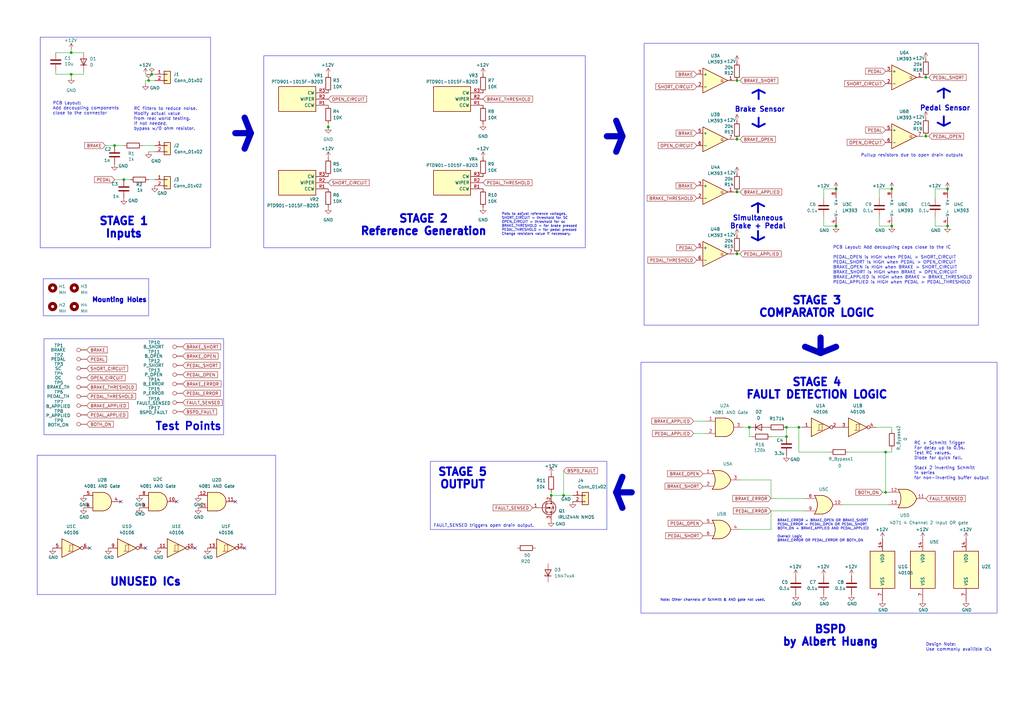
<source format=kicad_sch>
(kicad_sch (version 20250114) (generator "eeschema") (generator_version "9.0")
  (paper "A3")
  (rectangle (start 17.78 114.3) (end 60.96 129.54))
  (rectangle (start 176.53 189.23) (end 248.92 217.17))
  (rectangle (start 16.51 15.24) (end 86.36 101.6))
  (rectangle (start 264.16 17.78) (end 401.32 133.35))
  (rectangle (start 108.204 22.86) (end 240.03 101.6))
  (rectangle (start 262.89 148.59) (end 408.94 251.46))
  (rectangle (start 15.24 186.69) (end 113.03 243.84))
  (rectangle (start 18.034 138.938) (end 91.694 178.308))
  (text "STAGE 2\nReference Generation" (at 173.736 96.774 0) (effects (font (size 3.175 3.175) (thickness 0.762) (bold yes)) (justify bottom)))
  (text "STAGE 3\nCOMPARATOR LOGIC" (at 335.026 130.302 0) (effects (font (size 3.175 3.175) (thickness 0.762) (bold yes)) (justify bottom)))
  (text "Mounting Holes" (at 37.592 124.206 0) (effects (font (size 1.905 1.905) (thickness 0.635) (bold yes)) (justify left bottom)))
  (text "RC filters to reduce noise.\nModify actual value \nfrom real world testing.\nIf not needed, \nbypass w/0 ohm resistor." (at 54.864 48.768 0) (effects (font (size 1.27 1.27)) (justify left)))
  (text "PCB Layout: \nAdd decoupling components\nclose to the connector" (at 21.59 44.45 0) (effects (font (size 1.27 1.27)) (justify left)))
  (text "Note: Other channels of Schmitt & AND gate not used." (at 270.764 246.126 0) (effects (font (size 1.016 1.016)) (justify left)))
  (text "Pedal Sensor" (at 377.19 44.45 0) (effects (font (size 2.032 2.032) (thickness 0.4064) (bold yes)) (justify left)))
  (text "STAGE 1\nInputs" (at 50.8 97.79 0) (effects (font (size 3.175 3.175) (thickness 0.762) (bold yes)) (justify bottom)))
  (text "UNUSED ICs" (at 59.69 240.538 0) (effects (font (size 3.175 3.175) (thickness 0.762) (bold yes)) (justify bottom)))
  (text "BRAKE_ERROR = BRAKE_OPEN OR BRAKE_SHORT\nPEDAL_ERROR = PEDAL_OPEN OR PEDAL_SHORT\nBOTH_ON = BRAKE_APPLIED AND PEDAL_APPLIED\n\nOverall Logic\nBRAKE_ERROR OR PEDAL_ERROR OR BOTH_ON" (at 318.77 217.678 0) (effects (font (size 1.016 1.016)) (justify left)))
  (text "Pots to adjust reference voltages.\nSHORT_CIRCUIT = threshold for SC\nOPEN_CIRCUIT = threshold for oc\nBRAKE_THRESHOLD = for brake pressed\nPEDAL_THRESHOLD = for pedal pressed\nChange resistors value if necessary." (at 205.74 91.948 0) (effects (font (size 1.016 1.016)) (justify left)))
  (text "RC + Schmitt Trigger\nFor delay up to 0.5s.\nTest RC values.\nDiode for quick fall.\n\nStack 2 inverting Schmitt \nin series \nfor non-inverting buffer output" (at 374.904 188.976 0) (effects (font (size 1.27 1.27)) (justify left)))
  (text "Test Points" (at 63.5 176.784 0) (effects (font (size 3.175 3.175) (thickness 0.635) (bold yes)) (justify left bottom)))
  (text "STAGE 4\nFAULT DETECTION LOGIC" (at 335.026 163.83 0) (effects (font (size 3.175 3.175) (thickness 0.762) (bold yes)) (justify bottom)))
  (text "STAGE 5\nOUTPUT" (at 189.738 200.66 0) (effects (font (size 3.175 3.175) (thickness 0.762) (bold yes)) (justify bottom)))
  (text "PCB Layout: Add decoupling caps close to the IC\n\nPEDAL_OPEN is HIGH when PEDAL > SHORT_CIRCUIT\nPEDAL_SHORT is HIGH when PEDAL > OPEN_CIRCUIT\nBRAKE_OPEN is HIGH when BRAKE > SHORT_CIRCUIT\nBRAKE_SHORT is HIGH when BRAKE > OPEN_CIRCUIT\nBRAKE_APPLIED is HIGH when BRAKE > BRAKE_THRESHOLD\nPEDAL_APPLIED is HIGH when PEDAL > PEDAL_THRESHOLD" (at 341.63 108.712 0) (effects (font (size 1.27 1.27)) (justify left)))
  (text "Pullup resistors due to open drain outputs" (at 353.06 63.754 0) (effects (font (size 1.27 1.27)) (justify left)))
  (text "Design Note:\nUse commonly availible ICs" (at 379.73 265.43 0) (effects (font (size 1.27 1.27)) (justify left)))
  (text "FAULT_SENSED triggers open drain output." (at 177.8 215.646 0) (effects (font (size 1.27 1.27)) (justify left)))
  (text "Brake Sensor" (at 301.244 44.958 0) (effects (font (size 2.032 2.032) (thickness 0.4064) (bold yes)) (justify left)))
  (text "BSPD\nby Albert Huang" (at 340.614 265.176 0) (effects (font (size 3.175 3.175) (thickness 0.762) (bold yes)) (justify bottom)))
  (text "Simultaneous\nBrake + Pedal" (at 310.896 91.186 0) (effects (font (size 2.032 2.032) (thickness 0.4064) (bold yes))))
  (junction (at 307.34 175.26))
  (junction (at 302.26 57.15))
  (junction (at 363.22 185.42))
  (junction (at 302.26 78.74))
  (junction (at 50.8 73.66))
  (junction (at 302.26 33.02))
  (junction (at 363.22 201.93))
  (junction (at 134.62 52.07))
  (junction (at 365.76 92.71))
  (junction (at 342.9 77.47))
  (junction (at 29.21 21.59))
  (junction (at 342.9 92.71))
  (junction (at 322.58 175.26))
  (junction (at 226.06 203.2))
  (junction (at 302.26 104.14))
  (junction (at 322.58 179.07))
  (junction (at 379.73 55.88))
  (junction (at 60.96 33.02))
  (junction (at 388.62 92.71))
  (junction (at 365.76 77.47))
  (junction (at 29.21 30.48))
  (junction (at 379.73 31.75))
  (junction (at 231.14 203.2))
  (junction (at 327.66 175.26))
  (junction (at 62.23 30.48))
  (junction (at 46.99 59.69))
  (junction (at 388.62 77.47))
  (no_connect (at 100.33 224.79))
  (no_connect (at 59.69 224.79))
  (no_connect (at 72.39 205.74))
  (no_connect (at 80.01 224.79))
  (no_connect (at 96.52 205.74))
  (no_connect (at 49.53 205.74))
  (no_connect (at 36.83 224.79))
  (wire (pts (xy 34.29 29.21) (xy 34.29 30.48)))
  (wire (pts (xy 59.69 34.29) (xy 59.69 33.02)))
  (wire (pts (xy 322.58 179.07) (xy 316.23 179.07)))
  (polyline (pts (xy 311.15 36.83) (xy 308.61 38.1)) (stroke (width 0.762)))
  (wire (pts (xy 337.82 81.28) (xy 337.82 77.47)))
  (wire (pts (xy 303.53 33.02) (xy 302.26 33.02)))
  (polyline (pts (xy 311.15 48.26) (xy 311.15 52.07)) (stroke (width 0.762)))
  (wire (pts (xy 60.96 73.66) (xy 63.5 73.66)))
  (wire (pts (xy 284.48 172.72) (xy 289.56 172.72)))
  (wire (pts (xy 59.69 33.02) (xy 60.96 33.02)))
  (polyline (pts (xy 310.896 83.312) (xy 308.356 84.582)) (stroke (width 0.762)))
  (wire (pts (xy 46.99 73.66) (xy 50.8 73.66)))
  (wire (pts (xy 29.21 30.48) (xy 22.86 30.48)))
  (wire (pts (xy 322.58 175.26) (xy 322.58 179.07)))
  (wire (pts (xy 327.66 185.42) (xy 327.66 175.26)))
  (polyline (pts (xy 310.896 98.552) (xy 313.436 97.282)) (stroke (width 0.762)))
  (wire (pts (xy 365.76 184.15) (xy 365.76 185.42)))
  (wire (pts (xy 231.14 203.2) (xy 234.95 203.2)))
  (polyline (pts (xy 387.096 36.322) (xy 384.556 37.592)) (stroke (width 0.762)))
  (wire (pts (xy 361.95 201.93) (xy 363.22 201.93)))
  (wire (pts (xy 302.26 78.74) (xy 300.99 78.74)))
  (polyline (pts (xy 100.33 60.96) (xy 102.87 54.61)) (stroke (width 2.54)))
  (polyline (pts (xy 308.61 50.8) (xy 311.15 52.07)) (stroke (width 0.762)))
  (polyline (pts (xy 255.27 55.88) (xy 252.73 49.53)) (stroke (width 2.54)))
  (wire (pts (xy 383.54 77.47) (xy 388.62 77.47)))
  (wire (pts (xy 360.68 92.71) (xy 365.76 92.71)))
  (wire (pts (xy 29.21 30.48) (xy 34.29 30.48)))
  (polyline (pts (xy 387.096 51.562) (xy 389.636 50.292)) (stroke (width 0.762)))
  (wire (pts (xy 379.73 55.88) (xy 378.46 55.88)))
  (wire (pts (xy 337.82 88.9) (xy 337.82 92.71)))
  (wire (pts (xy 379.73 31.75) (xy 378.46 31.75)))
  (polyline (pts (xy 310.896 94.742) (xy 310.896 98.552)) (stroke (width 0.762)))
  (wire (pts (xy 316.23 217.17) (xy 303.53 217.17)))
  (wire (pts (xy 360.68 88.9) (xy 360.68 92.71)))
  (wire (pts (xy 134.62 52.07) (xy 134.62 53.34)))
  (polyline (pts (xy 308.356 97.282) (xy 310.896 98.552)) (stroke (width 0.762)))
  (polyline (pts (xy 252.73 62.23) (xy 255.27 55.88)) (stroke (width 2.54)))
  (wire (pts (xy 360.68 77.47) (xy 365.76 77.47)))
  (polyline (pts (xy 259.08 201.93) (xy 252.73 201.93)) (stroke (width 2.54)))
  (polyline (pts (xy 311.15 52.07) (xy 313.69 50.8)) (stroke (width 0.762)))
  (wire (pts (xy 60.96 33.02) (xy 63.5 33.02)))
  (wire (pts (xy 327.66 175.26) (xy 322.58 175.26)))
  (polyline (pts (xy 313.436 84.582) (xy 310.896 83.312)) (stroke (width 0.762)))
  (wire (pts (xy 303.53 78.74) (xy 302.26 78.74)))
  (polyline (pts (xy 330.2 142.24) (xy 336.55 144.78)) (stroke (width 2.54)))
  (wire (pts (xy 381 55.88) (xy 379.73 55.88)))
  (wire (pts (xy 316.23 209.55) (xy 330.2 209.55)))
  (polyline (pts (xy 255.27 208.28) (xy 252.73 201.93)) (stroke (width 2.54)))
  (wire (pts (xy 316.23 204.47) (xy 330.2 204.47)))
  (polyline (pts (xy 387.096 47.752) (xy 387.096 51.562)) (stroke (width 0.762)))
  (wire (pts (xy 302.26 104.14) (xy 300.99 104.14)))
  (polyline (pts (xy 384.556 50.292) (xy 387.096 51.562)) (stroke (width 0.762)))
  (wire (pts (xy 29.21 21.59) (xy 22.86 21.59)))
  (wire (pts (xy 303.53 104.14) (xy 302.26 104.14)))
  (polyline (pts (xy 252.73 201.93) (xy 255.27 195.58)) (stroke (width 2.54)))
  (wire (pts (xy 359.41 175.26) (xy 365.76 175.26)))
  (wire (pts (xy 381 31.75) (xy 379.73 31.75)))
  (wire (pts (xy 307.34 175.26) (xy 307.34 179.07)))
  (wire (pts (xy 226.06 201.93) (xy 226.06 203.2)))
  (wire (pts (xy 347.98 185.42) (xy 363.22 185.42)))
  (polyline (pts (xy 96.52 54.61) (xy 102.87 54.61)) (stroke (width 2.54)))
  (wire (pts (xy 302.26 57.15) (xy 303.53 57.15)))
  (wire (pts (xy 60.96 62.23) (xy 63.5 62.23)))
  (wire (pts (xy 43.18 59.69) (xy 46.99 59.69)))
  (polyline (pts (xy 248.92 55.88) (xy 255.27 55.88)) (stroke (width 2.54)))
  (wire (pts (xy 316.23 196.85) (xy 303.53 196.85)))
  (wire (pts (xy 337.82 77.47) (xy 342.9 77.47)))
  (wire (pts (xy 231.14 193.04) (xy 231.14 203.2)))
  (wire (pts (xy 383.54 81.28) (xy 383.54 77.47)))
  (polyline (pts (xy 102.87 54.61) (xy 100.33 48.26)) (stroke (width 2.54)))
  (wire (pts (xy 316.23 196.85) (xy 316.23 204.47)))
  (wire (pts (xy 29.21 21.59) (xy 34.29 21.59)))
  (polyline (pts (xy 387.096 40.132) (xy 387.096 36.322)) (stroke (width 0.762)))
  (wire (pts (xy 345.44 207.01) (xy 364.49 207.01)))
  (wire (pts (xy 316.23 209.55) (xy 316.23 217.17)))
  (wire (pts (xy 360.68 81.28) (xy 360.68 77.47)))
  (wire (pts (xy 29.21 20.32) (xy 29.21 21.59)))
  (wire (pts (xy 307.34 179.07) (xy 308.61 179.07)))
  (polyline (pts (xy 313.69 38.1) (xy 311.15 36.83)) (stroke (width 0.762)))
  (polyline (pts (xy 336.55 144.78) (xy 342.9 142.24)) (stroke (width 2.54)))
  (wire (pts (xy 337.82 92.71) (xy 342.9 92.71)))
  (polyline (pts (xy 336.55 138.43) (xy 336.55 144.78)) (stroke (width 2.54)))
  (wire (pts (xy 304.8 175.26) (xy 307.34 175.26)))
  (polyline (pts (xy 311.15 40.64) (xy 311.15 36.83)) (stroke (width 0.762)))
  (wire (pts (xy 59.69 30.48) (xy 62.23 30.48)))
  (wire (pts (xy 46.99 59.69) (xy 50.8 59.69)))
  (wire (pts (xy 383.54 92.71) (xy 388.62 92.71)))
  (polyline (pts (xy 310.896 87.122) (xy 310.896 83.312)) (stroke (width 0.762)))
  (wire (pts (xy 226.06 203.2) (xy 231.14 203.2)))
  (wire (pts (xy 340.36 185.42) (xy 327.66 185.42)))
  (wire (pts (xy 284.48 177.8) (xy 289.56 177.8)))
  (wire (pts (xy 62.23 30.48) (xy 63.5 30.48)))
  (polyline (pts (xy 389.636 37.592) (xy 387.096 36.322)) (stroke (width 0.762)))
  (wire (pts (xy 22.86 30.48) (xy 22.86 29.21)))
  (wire (pts (xy 363.22 185.42) (xy 363.22 201.93)))
  (wire (pts (xy 363.22 185.42) (xy 365.76 185.42)))
  (wire (pts (xy 363.22 201.93) (xy 364.49 201.93)))
  (wire (pts (xy 50.8 73.66) (xy 53.34 73.66)))
  (wire (pts (xy 300.99 57.15) (xy 302.26 57.15)))
  (wire (pts (xy 29.21 31.75) (xy 29.21 30.48)))
  (wire (pts (xy 58.42 59.69) (xy 63.5 59.69)))
  (wire (pts (xy 302.26 33.02) (xy 300.99 33.02)))
  (wire (pts (xy 365.76 175.26) (xy 365.76 176.53)))
  (wire (pts (xy 383.54 88.9) (xy 383.54 92.71)))
  (wire (pts (xy 134.62 52.07) (xy 134.62 50.8)))
  (wire (pts (xy 328.93 175.26) (xy 327.66 175.26)))
  (global_label "OPEN_CIRCUIT" (shape input) (at 363.22 58.42 180) (property "Intersheetrefs" "${INTERSHEET_REFS}" (effects (hide yes))))
  (global_label "BRAKE_OPEN" (shape input) (at 74.93 146.05 0) (property "Intersheetrefs" "${INTERSHEET_REFS}" (effects (hide yes))))
  (global_label "FAULT_SENSED" (shape input) (at 379.73 204.47 0) (property "Intersheetrefs" "${INTERSHEET_REFS}" (effects (hide yes))))
  (global_label "BRAKE_APPLIED" (shape input) (at 303.53 78.74 0) (property "Intersheetrefs" "${INTERSHEET_REFS}" (effects (hide yes))))
  (global_label "BRAKE" (shape input) (at 285.75 76.2 180) (property "Intersheetrefs" "${INTERSHEET_REFS}" (effects (hide yes))))
  (global_label "BOTH_ON" (shape input) (at 35.56 173.99 0) (property "Intersheetrefs" "${INTERSHEET_REFS}" (effects (hide yes))))
  (global_label "PEDAL" (shape input) (at 46.99 73.66 180) (property "Intersheetrefs" "${INTERSHEET_REFS}" (effects (hide yes))))
  (global_label "PEDAL" (shape input) (at 285.75 101.6 180) (property "Intersheetrefs" "${INTERSHEET_REFS}" (effects (hide yes))))
  (global_label "BRAKE" (shape input) (at 43.18 59.69 180) (property "Intersheetrefs" "${INTERSHEET_REFS}" (effects (hide yes))))
  (global_label "PEDAL_THRESHOLD" (shape input) (at 35.56 162.56 0) (property "Intersheetrefs" "${INTERSHEET_REFS}" (effects (hide yes))))
  (global_label "BRAKE_THRESHOLD" (shape input) (at 285.75 81.28 180) (property "Intersheetrefs" "${INTERSHEET_REFS}" (effects (hide yes))))
  (global_label "SHORT_CIRCUIT" (shape input) (at 285.75 35.56 180) (property "Intersheetrefs" "${INTERSHEET_REFS}" (effects (hide yes))))
  (global_label "PEDAL_THRESHOLD" (shape input) (at 198.12 74.93 0) (property "Intersheetrefs" "${INTERSHEET_REFS}" (effects (hide yes))))
  (global_label "BRAKE" (shape input) (at 285.75 30.48 180) (property "Intersheetrefs" "${INTERSHEET_REFS}" (effects (hide yes))))
  (global_label "BRAKE_ERROR" (shape input) (at 316.23 204.47 180) (property "Intersheetrefs" "${INTERSHEET_REFS}" (effects (hide yes))))
  (global_label "PEDAL_APPLIED" (shape input) (at 284.48 177.8 180) (property "Intersheetrefs" "${INTERSHEET_REFS}" (effects (hide yes))))
  (global_label "BSPD_FAULT" (shape input) (at 74.93 168.91 0) (property "Intersheetrefs" "${INTERSHEET_REFS}" (effects (hide yes))))
  (global_label "PEDAL" (shape input) (at 363.22 29.21 180) (property "Intersheetrefs" "${INTERSHEET_REFS}" (effects (hide yes))))
  (global_label "PEDAL" (shape input) (at 35.56 147.32 0) (property "Intersheetrefs" "${INTERSHEET_REFS}" (effects (hide yes))))
  (global_label "FAULT_SENSED" (shape input) (at 218.44 208.28 180) (property "Intersheetrefs" "${INTERSHEET_REFS}" (effects (hide yes))))
  (global_label "PEDAL_SHORT" (shape input) (at 288.29 219.71 180) (property "Intersheetrefs" "${INTERSHEET_REFS}" (effects (hide yes))))
  (global_label "SHORT_CIRCUIT" (shape input) (at 35.56 151.13 0) (property "Intersheetrefs" "${INTERSHEET_REFS}" (effects (hide yes))))
  (global_label "OPEN_CIRCUIT" (shape input) (at 134.62 40.64 0) (property "Intersheetrefs" "${INTERSHEET_REFS}" (effects (hide yes))))
  (global_label "BRAKE_OPEN" (shape input) (at 303.53 57.15 0) (property "Intersheetrefs" "${INTERSHEET_REFS}" (effects (hide yes))))
  (global_label "BRAKE_SHORT" (shape input) (at 288.29 199.39 180) (property "Intersheetrefs" "${INTERSHEET_REFS}" (effects (hide yes))))
  (global_label "BRAKE_SHORT" (shape input) (at 303.53 33.02 0) (property "Intersheetrefs" "${INTERSHEET_REFS}" (effects (hide yes))))
  (global_label "BRAKE_APPLIED" (shape input) (at 284.48 172.72 180) (property "Intersheetrefs" "${INTERSHEET_REFS}" (effects (hide yes))))
  (global_label "OPEN_CIRCUIT" (shape input) (at 35.56 154.94 0) (property "Intersheetrefs" "${INTERSHEET_REFS}" (effects (hide yes))))
  (global_label "PEDAL" (shape input) (at 363.22 53.34 180) (property "Intersheetrefs" "${INTERSHEET_REFS}" (effects (hide yes))))
  (global_label "OPEN_CIRCUIT" (shape input) (at 285.75 59.69 180) (property "Intersheetrefs" "${INTERSHEET_REFS}" (effects (hide yes))))
  (global_label "PEDAL_OPEN" (shape input) (at 74.93 153.67 0) (property "Intersheetrefs" "${INTERSHEET_REFS}" (effects (hide yes))))
  (global_label "BRAKE_SHORT" (shape input) (at 74.93 142.24 0) (property "Intersheetrefs" "${INTERSHEET_REFS}" (effects (hide yes))))
  (global_label "BRAKE" (shape input) (at 35.56 143.51 0) (property "Intersheetrefs" "${INTERSHEET_REFS}" (effects (hide yes))))
  (global_label "PEDAL_ERROR" (shape input) (at 316.23 209.55 180) (property "Intersheetrefs" "${INTERSHEET_REFS}" (effects (hide yes))))
  (global_label "BRAKE_OPEN" (shape input) (at 288.29 194.31 180) (property "Intersheetrefs" "${INTERSHEET_REFS}" (effects (hide yes))))
  (global_label "BSPD_FAULT" (shape input) (at 231.14 193.04 0) (property "Intersheetrefs" "${INTERSHEET_REFS}" (effects (hide yes))))
  (global_label "PEDAL_APPLIED" (shape input) (at 303.53 104.14 0) (property "Intersheetrefs" "${INTERSHEET_REFS}" (effects (hide yes))))
  (global_label "PEDAL_SHORT" (shape input) (at 381 31.75 0) (property "Intersheetrefs" "${INTERSHEET_REFS}" (effects (hide yes))))
  (global_label "BRAKE_THRESHOLD" (shape input) (at 35.56 158.75 0) (property "Intersheetrefs" "${INTERSHEET_REFS}" (effects (hide yes))))
  (global_label "BRAKE_ERROR" (shape input) (at 74.93 157.48 0) (property "Intersheetrefs" "${INTERSHEET_REFS}" (effects (hide yes))))
  (global_label "PEDAL_APPLIED" (shape input) (at 35.56 170.18 0) (property "Intersheetrefs" "${INTERSHEET_REFS}" (effects (hide yes))))
  (global_label "PEDAL_OPEN" (shape input) (at 381 55.88 0) (property "Intersheetrefs" "${INTERSHEET_REFS}" (effects (hide yes))))
  (global_label "FAULT_SENSED" (shape input) (at 74.93 165.1 0) (property "Intersheetrefs" "${INTERSHEET_REFS}" (effects (hide yes))))
  (global_label "BRAKE_APPLIED" (shape input) (at 35.56 166.37 0) (property "Intersheetrefs" "${INTERSHEET_REFS}" (effects (hide yes))))
  (global_label "PEDAL_ERROR" (shape input) (at 74.93 161.29 0) (property "Intersheetrefs" "${INTERSHEET_REFS}" (effects (hide yes))))
  (global_label "PEDAL_OPEN" (shape input) (at 288.29 214.63 180) (property "Intersheetrefs" "${INTERSHEET_REFS}" (effects (hide yes))))
  (global_label "BRAKE_THRESHOLD" (shape input) (at 198.12 40.64 0) (property "Intersheetrefs" "${INTERSHEET_REFS}" (effects (hide yes))))
  (global_label "BOTH_ON" (shape input) (at 361.95 201.93 180) (property "Intersheetrefs" "${INTERSHEET_REFS}" (effects (hide yes))))
  (global_label "PEDAL_THRESHOLD" (shape input) (at 285.75 106.68 180) (property "Intersheetrefs" "${INTERSHEET_REFS}" (effects (hide yes))))
  (global_label "SHORT_CIRCUIT" (shape input) (at 134.62 74.93 0) (property "Intersheetrefs" "${INTERSHEET_REFS}" (effects (hide yes))))
  (global_label "SHORT_CIRCUIT" (shape input) (at 363.22 34.29 180) (property "Intersheetrefs" "${INTERSHEET_REFS}" (effects (hide yes))))
  (global_label "PEDAL_SHORT" (shape input) (at 74.93 149.86 0) (property "Intersheetrefs" "${INTERSHEET_REFS}" (effects (hide yes))))
  (global_label "BRAKE" (shape input) (at 285.75 54.61 180) (property "Intersheetrefs" "${INTERSHEET_REFS}" (effects (hide yes))))
  (symbol (lib_id "Device:R") (at 302.26 53.34 180) (unit 1)
    (property "Reference" "R13" (at 298.958 54.102 0))
    (property "Value" "20k" (at 298.958 51.816 0))
    (property "Footprint" "Resistor_SMD:R_0603_1608Metric" (effects (hide yes)))
  )
  (symbol (lib_id "power:GND") (at 81.28 208.28 0) (unit 1)
    (property "Reference" "#PWR017" (effects (hide yes)))
    (property "Value" "GND" (at 81.534 212.09 0))
  )
  (symbol (lib_id "4xxx:4071") (at 295.91 196.85 0) (unit 1)
    (property "Reference" "U5" (at 298.45 190.246 0))
    (property "Value" "4071 4 Channel 2 Input OR gate" (effects (hide yes)))
    (property "Footprint" "Package_DIP:DIP-14_W7.62mm_Socket" (effects (hide yes)))
    (property "Datasheet" "http://www.intersil.com/content/dam/Intersil/documents/cd40/cd4071bms-72bms-75bms.pdf" (effects (hide yes)))
    (property "Description" "Quad Or 2 inputs" (effects (hide yes)))
  )
  (symbol (lib_id "power:GND") (at 322.58 186.69 0) (unit 1)
    (property "Reference" "#PWR034" (effects (hide yes)))
    (property "Value" "GND" (at 326.136 188.468 0))
  )
  (symbol (lib_id "Device:R") (at 365.76 180.34 180) (unit 1)
    (property "Reference" "R_Bypass2" (at 368.554 179.578 90))
    (property "Value" "0" (at 371.348 180.086 90))
    (property "Footprint" "Resistor_SMD:R_0603_1608Metric" (effects (hide yes)))
  )
  (symbol (lib_id "Device:R") (at 302.26 74.93 180) (unit 1)
    (property "Reference" "R14" (at 298.958 75.692 0))
    (property "Value" "20k" (at 298.958 73.406 0))
    (property "Footprint" "Resistor_SMD:R_0603_1608Metric" (effects (hide yes)))
  )
  (symbol (lib_id "Device:R") (at 318.77 175.26 90) (unit 1)
    (property "Reference" "R17" (at 317.5 171.704 90))
    (property "Value" "1k" (at 320.548 171.704 90))
    (property "Footprint" "Resistor_SMD:R_0603_1608Metric" (effects (hide yes)))
  )
  (symbol (lib_id "Connector:TestPoint") (at 74.93 146.05 90) (unit 1)
    (property "Reference" "TP11" (at 63.246 144.272 90))
    (property "Value" "B_OPEN" (at 62.992 146.05 90))
    (property "Footprint" "TestPoint:TestPoint_Pad_D2.5mm" (effects (hide yes)))
    (property "Description" "test point" (effects (hide yes)))
  )
  (symbol (lib_id "power:+12V") (at 379.73 24.13 0) (mirror y) (unit 1)
    (property "Reference" "#PWR049" (effects (hide yes)))
    (property "Value" "+12V" (at 376.682 23.876 0))
  )
  (symbol (lib_id "power:GND") (at 198.12 85.09 0) (unit 1)
    (property "Reference" "#PWR026" (effects (hide yes)))
    (property "Value" "GND" (at 198.12 90.17 0))
  )
  (symbol (lib_id "Connector_Generic:Conn_01x02") (at 240.03 203.2 0) (unit 1)
    (property "Reference" "J4" (at 236.982 197.104 0) (effects (justify left)))
    (property "Value" "Conn_01x02" (at 236.982 199.644 0) (effects (justify left)))
    (property "Footprint" "Connector_Molex:Molex_CLIK-Mate_502382-0270_1x02-1MP_P1.25mm_Vertical" (effects (hide yes)))
  )
  (symbol (lib_id "Connector:TestPoint") (at 35.56 143.51 90) (unit 1)
    (property "Reference" "TP1" (at 24.13 141.732 90))
    (property "Value" "BRAKE" (at 23.876 143.51 90))
    (property "Footprint" "TestPoint:TestPoint_Pad_D2.5mm" (effects (hide yes)))
    (property "Description" "test point" (effects (hide yes)))
  )
  (symbol (lib_id "Connector:TestPoint") (at 74.93 153.67 90) (unit 1)
    (property "Reference" "TP13" (at 63.246 151.892 90))
    (property "Value" "P_OPEN" (at 62.992 153.67 90))
    (property "Footprint" "TestPoint:TestPoint_Pad_D2.5mm" (effects (hide yes)))
    (property "Description" "test point" (effects (hide yes)))
  )
  (symbol (lib_id "power:+12V") (at 365.76 77.47 0) (mirror y) (unit 1)
    (property "Reference" "#PWR045" (effects (hide yes)))
    (property "Value" "+12V" (at 360.426 76.2 0))
  )
  (symbol (lib_id "PTD901-1015F-B203:PTD901-1015F-B203") (at 134.62 38.1 0) (mirror y) (unit 1)
    (property "Reference" "VR1" (at 132.588 30.988 0) (effects (justify left)))
    (property "Value" "PTD901-1015F-B203" (at 132.588 33.528 0) (effects (justify left)))
    (property "Footprint" "Potentiometer_THT:PTD9011015FB203" (effects (hide yes)))
    (property "Datasheet" "https://www.digikey.ph/en/products/detail/bourns-inc/PTD901-1015F-B203/4699444" (effects (hide yes)))
    (property "Description" "Res Carbon Film POT 20K Ohm 10% 0.05W(1/20W) 1(Elec)/1(Mech)Turns 6mm (22.05 X 9.5 X 11.3mm) Pin Panel Mount/Through Hole" (effects (hide yes)))
    (property "Height" "11.9" (effects (hide yes)))
    (property "Mouser Part Number" "652-PTD901-1015FB203" (effects (hide yes)))
    (property "Mouser Price/Stock" "https://www.mouser.co.uk/ProductDetail/Bourns/PTD901-1015F-B203?qs=kWCfjVKDuI2E4NFIGwREVA%3D%3D" (effects (hide yes)))
    (property "Manufacturer_Name" "Bourns" (effects (hide yes)))
    (property "Manufacturer_Part_Number" "PTD901-1015F-B203" (effects (hide yes)))
  )
  (symbol (lib_id "Connector:TestPoint") (at 74.93 157.48 90) (unit 1)
    (property "Reference" "TP14" (at 63.246 155.702 90))
    (property "Value" "B_ERROR" (at 62.992 157.48 90))
    (property "Footprint" "TestPoint:TestPoint_Pad_D2.5mm" (effects (hide yes)))
    (property "Description" "test point" (effects (hide yes)))
  )
  (symbol (lib_id "Device:R") (at 215.9 224.79 90) (unit 1)
    (property "Reference" "R20" (at 217.551 230.251 90) (effects (justify left)))
    (property "Value" "50" (at 217.551 227.711 90) (effects (justify left)))
    (property "Footprint" "Resistor_SMD:R_0603_1608Metric" (effects (hide yes)))
  )
  (symbol (lib_id "4xxx:4081") (at 297.18 175.26 0) (unit 1)
    (property "Reference" "U2" (at 297.1717 166.37 0))
    (property "Value" "4081 AND Gate" (at 299.466 169.164 0))
    (property "Footprint" "Package_DIP:DIP-14_W7.62mm_Socket" (effects (hide yes)))
    (property "Datasheet" "http://www.intersil.com/content/dam/Intersil/documents/cd40/cd4073bms-81bms-82bms.pdf" (effects (hide yes)))
    (property "Description" "Quad And 2 inputs" (effects (hide yes)))
  )
  (symbol (lib_id "Comparator:LM393") (at 293.37 33.02 0) (unit 1)
    (property "Reference" "U3" (at 293.37 22.86 0))
    (property "Value" "LM393" (at 293.37 25.4 0))
    (property "Footprint" "Package_DIP:DIP-8_W7.62mm_Socket" (effects (hide yes)))
    (property "Datasheet" "http://www.ti.com/lit/ds/symlink/lm393.pdf" (effects (hide yes)))
    (property "Description" "Low-Power, Low-Offset Voltage, Dual Comparators, DIP-8/SOIC-8/TO-99-8" (effects (hide yes)))
  )
  (symbol (lib_id "Device:D") (at 311.15 175.26 0) (unit 1)
    (property "Reference" "D2" (at 311.15 168.91 0))
    (property "Value" "D" (at 311.15 171.45 0))
    (property "Footprint" "Diode_SMD:D_0603_1608Metric" (effects (hide yes)))
    (property "Description" "Diode" (effects (hide yes)))
    (property "Sim.Device" "D" (effects (hide yes)))
    (property "Sim.Pins" "1=K 2=A" (effects (hide yes)))
  )
  (symbol (lib_id "Mechanical:MountingHole") (at 21.59 125.73 0) (unit 1)
    (property "Reference" "H2" (at 24.13 125.095 0) (effects (justify left)))
    (property "Value" "MH" (at 24.13 127.635 0) (effects (justify left)))
    (property "Footprint" "MountingHole:MountingHole_3mm" (effects (hide yes)))
  )
  (symbol (lib_id "Device:R") (at 198.12 46.99 0) (unit 1)
    (property "Reference" "R8" (at 200.025 45.7199 0) (effects (justify left)))
    (property "Value" "10K" (at 200.025 48.2599 0) (effects (justify left)))
    (property "Footprint" "Resistor_SMD:R_0603_1608Metric" (effects (hide yes)))
  )
  (symbol (lib_id "Device:D") (at 34.29 25.4 90) (unit 1)
    (property "Reference" "D1" (at 36.83 24.1299 90) (effects (justify right)))
    (property "Value" "D" (at 36.83 26.6699 90) (effects (justify right)))
    (property "Footprint" "Diode_SMD:D_0603_1608Metric" (effects (hide yes)))
    (property "Description" "Diode" (effects (hide yes)))
    (property "Sim.Device" "D" (effects (hide yes)))
    (property "Sim.Pins" "1=K 2=A" (effects (hide yes)))
  )
  (symbol (lib_id "power:GND") (at 361.95 246.38 0) (unit 1)
    (property "Reference" "#PWR044" (effects (hide yes)))
    (property "Value" "GND" (at 362.204 250.19 0))
  )
  (symbol (lib_id "PTD901-1015F-B203:PTD901-1015F-B203") (at 134.62 72.39 0) (mirror y) (unit 1)
    (property "Reference" "VR2" (at 130.81 81.788 0) (effects (justify left)))
    (property "Value" "PTD901-1015F-B203" (at 130.81 84.328 0) (effects (justify left)))
    (property "Footprint" "Potentiometer_THT:PTD9011015FB203" (effects (hide yes)))
    (property "Datasheet" "https://www.digikey.ph/en/products/detail/bourns-inc/PTD901-1015F-B203/4699444" (effects (hide yes)))
    (property "Description" "Res Carbon Film POT 20K Ohm 10% 0.05W(1/20W) 1(Elec)/1(Mech)Turns 6mm (22.05 X 9.5 X 11.3mm) Pin Panel Mount/Through Hole" (effects (hide yes)))
    (property "Height" "11.9" (effects (hide yes)))
    (property "Mouser Part Number" "652-PTD901-1015FB203" (effects (hide yes)))
    (property "Mouser Price/Stock" "https://www.mouser.co.uk/ProductDetail/Bourns/PTD901-1015F-B203?qs=kWCfjVKDuI2E4NFIGwREVA%3D%3D" (effects (hide yes)))
    (property "Manufacturer_Name" "Bourns" (effects (hide yes)))
    (property "Manufacturer_Part_Number" "PTD901-1015F-B203" (effects (hide yes)))
  )
  (symbol (lib_id "power:GND") (at 388.62 92.71 0) (mirror y) (unit 1)
    (property "Reference" "#PWR052" (effects (hide yes)))
    (property "Value" "GND" (at 383.794 94.488 0))
  )
  (symbol (lib_id "Device:R") (at 198.12 81.28 0) (unit 1)
    (property "Reference" "R10" (at 200.025 80.0099 0) (effects (justify left)))
    (property "Value" "10K" (at 200.025 82.5499 0) (effects (justify left)))
    (property "Footprint" "Resistor_SMD:R_0603_1608Metric" (effects (hide yes)))
  )
  (symbol (lib_id "power:+12V") (at 302.26 25.4 0) (mirror y) (unit 1)
    (property "Reference" "#PWR030" (effects (hide yes)))
    (property "Value" "+12V" (at 299.212 25.146 0))
  )
  (symbol (lib_id "power:GND") (at 337.82 243.84 0) (unit 1)
    (property "Reference" "#PWR038" (effects (hide yes)))
    (property "Value" "GND" (at 338.074 247.65 0))
  )
  (symbol (lib_id "Device:R") (at 302.26 29.21 180) (unit 1)
    (property "Reference" "R12" (at 298.958 29.972 0))
    (property "Value" "20k" (at 298.958 27.686 0))
    (property "Footprint" "Resistor_SMD:R_0603_1608Metric" (effects (hide yes)))
  )
  (symbol (lib_id "power:GND") (at 85.09 224.79 0) (unit 1)
    (property "Reference" "#PWR018" (effects (hide yes)))
    (property "Value" "GND" (at 85.344 228.6 0))
  )
  (symbol (lib_id "Comparator:LM393") (at 293.37 78.74 0) (unit 1)
    (property "Reference" "U4" (at 293.37 68.58 0))
    (property "Value" "LM393" (at 293.37 71.12 0))
    (property "Footprint" "Package_DIP:DIP-8_W7.62mm_Socket" (effects (hide yes)))
    (property "Datasheet" "http://www.ti.com/lit/ds/symlink/lm393.pdf" (effects (hide yes)))
    (property "Description" "Low-Power, Low-Offset Voltage, Dual Comparators, DIP-8/SOIC-8/TO-99-8" (effects (hide yes)))
  )
  (symbol (lib_id "power:GND") (at 50.8 81.28 0) (mirror y) (unit 1)
    (property "Reference" "#PWR08" (effects (hide yes)))
    (property "Value" "GND" (at 54.61 82.296 0))
  )
  (symbol (lib_id "power:GND") (at 57.15 208.28 0) (unit 1)
    (property "Reference" "#PWR010" (effects (hide yes)))
    (property "Value" "GND" (at 57.404 210.82 0))
  )
  (symbol (lib_id "power:GND") (at 21.59 224.79 0) (unit 1)
    (property "Reference" "#PWR01" (effects (hide yes)))
    (property "Value" "GND" (at 21.844 228.6 0))
  )
  (symbol (lib_id "power:+12V") (at 59.69 30.48 0) (mirror y) (unit 1)
    (property "Reference" "#PWR011" (effects (hide yes)))
    (property "Value" "+12V" (at 59.436 26.67 0))
  )
  (symbol (lib_id "4xxx:4071") (at 378.46 233.68 0) (unit 5)
    (property "Reference" "U5" (at 381.254 222.25 0) (effects (justify left)))
    (property "Value" "4071 4 Channel 2 Input OR gate" (effects (hide yes)))
    (property "Footprint" "Package_DIP:DIP-14_W7.62mm_Socket" (effects (hide yes)))
    (property "Datasheet" "http://www.intersil.com/content/dam/Intersil/documents/cd40/cd4071bms-72bms-75bms.pdf" (effects (hide yes)))
    (property "Description" "Quad Or 2 inputs" (effects (hide yes)))
  )
  (symbol (lib_id "Device:C") (at 46.99 63.5 0) (unit 1)
    (property "Reference" "C2" (at 42.926 61.214 0) (effects (justify left)))
    (property "Value" "1n" (at 42.672 65.786 0) (effects (justify left)))
    (property "Footprint" "Capacitor_SMD:C_0603_1608Metric" (effects (hide yes)))
  )
  (symbol (lib_id "power:GND") (at 34.29 203.2 0) (unit 1)
    (property "Reference" "#PWR04" (effects (hide yes)))
    (property "Value" "GND" (at 34.544 207.01 0))
  )
  (symbol (lib_id "power:+12V") (at 198.12 64.77 0) (mirror y) (unit 1)
    (property "Reference" "#PWR025" (effects (hide yes)))
    (property "Value" "+12V" (at 197.866 60.96 0))
  )
  (symbol (lib_id "4xxx:4081") (at 396.24 233.68 0) (unit 5)
    (property "Reference" "U2" (at 402.59 232.4099 0) (effects (justify left)))
    (property "Value" "4081 AND Gate" (effects (hide yes)))
    (property "Footprint" "Package_DIP:DIP-14_W7.62mm_Socket" (effects (hide yes)))
    (property "Datasheet" "http://www.intersil.com/content/dam/Intersil/documents/cd40/cd4073bms-81bms-82bms.pdf" (effects (hide yes)))
    (property "Description" "Quad And 2 inputs" (effects (hide yes)))
  )
  (symbol (lib_id "power:PWR_FLAG") (at 62.23 30.48 0) (mirror y) (unit 1)
    (property "Reference" "#FLG02" (effects (hide yes)))
    (property "Value" "PWR_FLAG" (effects (hide yes)))
  )
  (symbol (lib_id "Comparator:LM393") (at 293.37 57.15 0) (unit 2)
    (property "Reference" "U3" (at 293.37 46.99 0))
    (property "Value" "LM393" (at 293.37 49.53 0))
    (property "Footprint" "Package_DIP:DIP-8_W7.62mm_Socket" (effects (hide yes)))
    (property "Datasheet" "http://www.ti.com/lit/ds/symlink/lm393.pdf" (effects (hide yes)))
    (property "Description" "Low-Power, Low-Offset Voltage, Dual Comparators, DIP-8/SOIC-8/TO-99-8" (effects (hide yes)))
  )
  (symbol (lib_id "Device:R") (at 54.61 59.69 90) (unit 1)
    (property "Reference" "R1" (at 53.848 62.992 90))
    (property "Value" "1k" (at 53.848 65.278 90))
    (property "Footprint" "Resistor_SMD:R_0603_1608Metric" (effects (hide yes)))
  )
  (symbol (lib_id "power:+12V") (at 302.26 96.52 0) (mirror y) (unit 1)
    (property "Reference" "#PWR033" (effects (hide yes)))
    (property "Value" "+12V" (at 299.212 96.266 0))
  )
  (symbol (lib_id "power:+12V") (at 134.62 64.77 0) (mirror y) (unit 1)
    (property "Reference" "#PWR021" (effects (hide yes)))
    (property "Value" "+12V" (at 134.366 60.96 0))
  )
  (symbol (lib_id "Connector:TestPoint") (at 35.56 173.99 90) (unit 1)
    (property "Reference" "TP9" (at 24.13 172.466 90))
    (property "Value" "BOTH_ON" (at 23.876 174.244 90))
    (property "Footprint" "TestPoint:TestPoint_Pad_D2.5mm" (effects (hide yes)))
    (property "Description" "test point" (effects (hide yes)))
  )
  (symbol (lib_id "Comparator:LM393") (at 370.84 55.88 0) (unit 2)
    (property "Reference" "U6" (at 370.84 45.72 0))
    (property "Value" "LM393" (at 370.84 48.26 0))
    (property "Footprint" "Package_DIP:DIP-8_W7.62mm_Socket" (effects (hide yes)))
    (property "Datasheet" "http://www.ti.com/lit/ds/symlink/lm393.pdf" (effects (hide yes)))
    (property "Description" "Low-Power, Low-Offset Voltage, Dual Comparators, DIP-8/SOIC-8/TO-99-8" (effects (hide yes)))
  )
  (symbol (lib_id "Comparator:LM393") (at 293.37 104.14 0) (unit 2)
    (property "Reference" "U4" (at 293.37 93.98 0))
    (property "Value" "LM393" (at 293.37 96.52 0))
    (property "Footprint" "Package_DIP:DIP-8_W7.62mm_Socket" (effects (hide yes)))
    (property "Datasheet" "http://www.ti.com/lit/ds/symlink/lm393.pdf" (effects (hide yes)))
    (property "Description" "Low-Power, Low-Offset Voltage, Dual Comparators, DIP-8/SOIC-8/TO-99-8" (effects (hide yes)))
  )
  (symbol (lib_id "Diode:1N47xxA") (at 224.79 234.95 90) (unit 1)
    (property "Reference" "D3" (at 227.33 233.6799 90) (effects (justify right)))
    (property "Value" "1N47xxA" (at 227.33 236.2199 90) (effects (justify right)))
    (property "Footprint" "Diode_THT:D_DO-41_SOD81_P10.16mm_Horizontal" (effects (hide yes)))
    (property "Datasheet" "https://www.vishay.com/docs/85816/1n4728a.pdf" (effects (hide yes)))
    (property "Description" "1300mW Silicon planar power Zener diodes, DO-41" (effects (hide yes)))
  )
  (symbol (lib_id "Connector:TestPoint") (at 35.56 158.75 90) (unit 1)
    (property "Reference" "TP5" (at 24.13 156.972 90))
    (property "Value" "BRAKE_TH" (at 23.876 158.75 90))
    (property "Footprint" "TestPoint:TestPoint_Pad_D2.5mm" (effects (hide yes)))
    (property "Description" "test point" (effects (hide yes)))
  )
  (symbol (lib_id "Connector:TestPoint") (at 35.56 151.13 90) (unit 1)
    (property "Reference" "TP3" (at 24.13 149.352 90))
    (property "Value" "SC" (at 23.876 151.13 90))
    (property "Footprint" "TestPoint:TestPoint_Pad_D2.5mm" (effects (hide yes)))
    (property "Description" "test point" (effects (hide yes)))
  )
  (symbol (lib_id "4xxx:40106") (at 351.79 175.26 0) (unit 2)
    (property "Reference" "U1" (at 351.79 166.37 0))
    (property "Value" "40106" (at 351.79 168.91 0))
    (property "Footprint" "Package_DIP:DIP-14_W7.62mm_Socket" (effects (hide yes)))
    (property "Datasheet" "https://assets.nexperia.com/documents/data-sheet/HEF40106B.pdf" (effects (hide yes)))
    (property "Description" "Hex Schmitt trigger inverter" (effects (hide yes)))
  )
  (symbol (lib_id "power:PWR_FLAG") (at 60.96 33.02 0) (mirror y) (unit 1)
    (property "Reference" "#FLG01" (effects (hide yes)))
    (property "Value" "PWR_FLAG" (effects (hide yes)))
  )
  (symbol (lib_id "Device:R") (at 57.15 73.66 90) (unit 1)
    (property "Reference" "R2" (at 57.15 75.692 90))
    (property "Value" "1k" (at 57.404 77.978 90))
    (property "Footprint" "Resistor_SMD:R_0603_1608Metric" (effects (hide yes)))
  )
  (symbol (lib_id "Device:R") (at 134.62 34.29 0) (unit 1)
    (property "Reference" "R3" (at 136.525 33.0199 0) (effects (justify left)))
    (property "Value" "10K" (at 136.525 35.5599 0) (effects (justify left)))
    (property "Footprint" "Resistor_SMD:R_0603_1608Metric" (effects (hide yes)))
  )
  (symbol (lib_id "power:GND") (at 365.76 92.71 0) (mirror y) (unit 1)
    (property "Reference" "#PWR046" (effects (hide yes)))
    (property "Value" "GND" (at 360.934 94.488 0))
  )
  (symbol (lib_id "4xxx:4071") (at 372.11 204.47 0) (unit 4)
    (property "Reference" "U5" (at 371.094 211.328 0))
    (property "Value" "4071 4 Channel 2 Input OR gate" (at 381 214.376 0))
    (property "Footprint" "Package_DIP:DIP-14_W7.62mm_Socket" (effects (hide yes)))
    (property "Datasheet" "http://www.intersil.com/content/dam/Intersil/documents/cd40/cd4071bms-72bms-75bms.pdf" (effects (hide yes)))
    (property "Description" "Quad Or 2 inputs" (effects (hide yes)))
  )
  (symbol (lib_id "power:+12V") (at 388.62 77.47 0) (mirror y) (unit 1)
    (property "Reference" "#PWR051" (effects (hide yes)))
    (property "Value" "+12V" (at 383.286 76.2 0))
  )
  (symbol (lib_id "power:GND") (at 63.5 76.2 0) (unit 1)
    (property "Reference" "#PWR014" (effects (hide yes)))
    (property "Value" "GND" (at 66.548 79.248 0))
  )
  (symbol (lib_id "4xxx:40106") (at 361.95 233.68 0) (unit 7)
    (property "Reference" "U1" (at 368.3 232.4099 0) (effects (justify left)))
    (property "Value" "40106" (at 368.3 234.9499 0) (effects (justify left)))
    (property "Footprint" "Package_DIP:DIP-14_W7.62mm_Socket" (effects (hide yes)))
    (property "Datasheet" "https://assets.nexperia.com/documents/data-sheet/HEF40106B.pdf" (effects (hide yes)))
    (property "Description" "Hex Schmitt trigger inverter" (effects (hide yes)))
  )
  (symbol (lib_id "power:+12V") (at 302.26 49.53 0) (mirror y) (unit 1)
    (property "Reference" "#PWR031" (effects (hide yes)))
    (property "Value" "+12V" (at 299.212 49.276 0))
  )
  (symbol (lib_id "Connector:TestPoint") (at 74.93 149.86 90) (unit 1)
    (property "Reference" "TP12" (at 63.246 148.082 90))
    (property "Value" "P_SHORT" (at 62.992 149.86 90))
    (property "Footprint" "TestPoint:TestPoint_Pad_D2.5mm" (effects (hide yes)))
    (property "Description" "test point" (effects (hide yes)))
  )
  (symbol (lib_id "Connector:TestPoint") (at 35.56 170.18 90) (unit 1)
    (property "Reference" "TP8" (at 24.13 168.656 90))
    (property "Value" "P_APPLIED" (at 23.876 170.434 90))
    (property "Footprint" "TestPoint:TestPoint_Pad_D2.5mm" (effects (hide yes)))
    (property "Description" "test point" (effects (hide yes)))
  )
  (symbol (lib_id "4xxx:4071") (at 295.91 217.17 0) (unit 2)
    (property "Reference" "U5" (at 295.91 210.82 0))
    (property "Value" "4071 4 Channel 2 Input OR gate" (effects (hide yes)))
    (property "Footprint" "Package_DIP:DIP-14_W7.62mm_Socket" (effects (hide yes)))
    (property "Datasheet" "http://www.intersil.com/content/dam/Intersil/documents/cd40/cd4071bms-72bms-75bms.pdf" (effects (hide yes)))
    (property "Description" "Quad Or 2 inputs" (effects (hide yes)))
  )
  (symbol (lib_id "Comparator:LM393") (at 345.44 85.09 0) (unit 3)
    (property "Reference" "U3" (at 345.44 83.8199 0) (effects (justify left)))
    (property "Value" "LM393" (at 345.44 86.3599 0) (effects (justify left)))
    (property "Footprint" "Package_DIP:DIP-8_W7.62mm_Socket" (effects (hide yes)))
    (property "Datasheet" "http://www.ti.com/lit/ds/symlink/lm393.pdf" (effects (hide yes)))
    (property "Description" "Low-Power, Low-Offset Voltage, Dual Comparators, DIP-8/SOIC-8/TO-99-8" (effects (hide yes)))
  )
  (symbol (lib_id "power:GND") (at 134.62 85.09 0) (unit 1)
    (property "Reference" "#PWR022" (effects (hide yes)))
    (property "Value" "GND" (at 134.62 90.17 0))
  )
  (symbol (lib_id "Device:R") (at 134.62 68.58 0) (unit 1)
    (property "Reference" "R5" (at 136.525 67.3099 0) (effects (justify left)))
    (property "Value" "10K" (at 136.525 69.8499 0) (effects (justify left)))
    (property "Footprint" "Resistor_SMD:R_0603_1608Metric" (effects (hide yes)))
  )
  (symbol (lib_id "4xxx:40106") (at 29.21 224.79 0) (unit 3)
    (property "Reference" "U1" (at 29.21 215.9 0))
    (property "Value" "40106" (at 29.21 218.44 0))
    (property "Footprint" "Package_DIP:DIP-14_W7.62mm_Socket" (effects (hide yes)))
    (property "Datasheet" "https://assets.nexperia.com/documents/data-sheet/HEF40106B.pdf" (effects (hide yes)))
    (property "Description" "Hex Schmitt trigger inverter" (effects (hide yes)))
  )
  (symbol (lib_id "Device:R") (at 302.26 100.33 180) (unit 1)
    (property "Reference" "R15" (at 298.958 101.092 0))
    (property "Value" "20k" (at 298.958 98.806 0))
    (property "Footprint" "Resistor_SMD:R_0603_1608Metric" (effects (hide yes)))
  )
  (symbol (lib_id "Device:R") (at 379.73 52.07 180) (unit 1)
    (property "Reference" "R19" (at 376.428 52.832 0))
    (property "Value" "20k" (at 376.428 50.546 0))
    (property "Footprint" "Resistor_SMD:R_0603_1608Metric" (effects (hide yes)))
  )
  (symbol (lib_id "Connector:TestPoint") (at 74.93 142.24 90) (unit 1)
    (property "Reference" "TP10" (at 63.246 140.462 90))
    (property "Value" "B_SHORT" (at 62.992 142.24 90))
    (property "Footprint" "TestPoint:TestPoint_Pad_D2.5mm" (effects (hide yes)))
    (property "Description" "test point" (effects (hide yes)))
  )
  (symbol (lib_id "Connector:TestPoint") (at 35.56 166.37 90) (unit 1)
    (property "Reference" "TP7" (at 24.13 164.846 90))
    (property "Value" "B_APPLIED" (at 23.876 166.624 90))
    (property "Footprint" "TestPoint:TestPoint_Pad_D2.5mm" (effects (hide yes)))
    (property "Description" "test point" (effects (hide yes)))
  )
  (symbol (lib_id "power:+12V") (at 342.9 77.47 0) (mirror y) (unit 1)
    (property "Reference" "#PWR039" (effects (hide yes)))
    (property "Value" "+12V" (at 337.566 76.2 0))
  )
  (symbol (lib_id "Connector:TestPoint") (at 35.56 162.56 90) (unit 1)
    (property "Reference" "TP6" (at 24.13 160.782 90))
    (property "Value" "PEDAL_TH" (at 23.876 162.56 90))
    (property "Footprint" "TestPoint:TestPoint_Pad_D2.5mm" (effects (hide yes)))
    (property "Description" "test point" (effects (hide yes)))
  )
  (symbol (lib_id "4xxx:40106") (at 72.39 224.79 0) (unit 5)
    (property "Reference" "U1" (at 72.39 215.9 0))
    (property "Value" "40106" (at 72.39 218.44 0))
    (property "Footprint" "Package_DIP:DIP-14_W7.62mm_Socket" (effects (hide yes)))
    (property "Datasheet" "https://assets.nexperia.com/documents/data-sheet/HEF40106B.pdf" (effects (hide yes)))
    (property "Description" "Hex Schmitt trigger inverter" (effects (hide yes)))
  )
  (symbol (lib_id "power:GND") (at 198.12 50.8 0) (unit 1)
    (property "Reference" "#PWR024" (effects (hide yes)))
    (property "Value" "GND" (at 198.12 55.88 0))
  )
  (symbol (lib_id "Transistor_FET:IRLIZ44N") (at 223.52 208.28 0) (unit 1)
    (property "Reference" "Q1" (at 229.108 209.55 0) (effects (justify left)))
    (property "Value" "IRLIZ44N NMOS" (at 228.854 212.09 0) (effects (justify left)))
    (property "Footprint" "Package_TO_SOT_THT:TO-220F-3_Vertical" (effects (hide yes)))
    (property "Datasheet" "http://www.irf.com/product-info/datasheets/data/irliz44n.pdf" (effects (hide yes)))
    (property "Description" "30A Id, 55V Vds, 22mOhm Rds, N-Channel HEXFET Power MOSFET, TO-220AB" (effects (hide yes)))
  )
  (symbol (lib_id "power:GND") (at 34.29 208.28 0) (unit 1)
    (property "Reference" "#PWR05" (effects (hide yes)))
    (property "Value" "GND" (at 34.544 212.09 0))
  )
  (symbol (lib_id "power:GND") (at 378.46 246.38 0) (unit 1)
    (property "Reference" "#PWR048" (effects (hide yes)))
    (property "Value" "GND" (at 378.714 250.19 0))
  )
  (symbol (lib_id "power:GND") (at 29.21 31.75 0) (mirror y) (unit 1)
    (property "Reference" "#PWR03" (effects (hide yes)))
    (property "Value" "GND" (at 29.21 37.084 0))
  )
  (symbol (lib_id "power:+12V") (at 361.95 220.98 0) (mirror y) (unit 1)
    (property "Reference" "#PWR043" (effects (hide yes)))
    (property "Value" "+12V" (at 361.696 217.17 0))
  )
  (symbol (lib_id "power:+12V") (at 226.06 194.31 0) (unit 1)
    (property "Reference" "#PWR027" (effects (hide yes)))
    (property "Value" "+12V" (at 226.06 191.135 0))
  )
  (symbol (lib_id "4xxx:40106") (at 52.07 224.79 0) (unit 4)
    (property "Reference" "U1" (at 52.07 215.9 0))
    (property "Value" "40106" (at 52.07 218.44 0))
    (property "Footprint" "Package_DIP:DIP-14_W7.62mm_Socket" (effects (hide yes)))
    (property "Datasheet" "https://assets.nexperia.com/documents/data-sheet/HEF40106B.pdf" (effects (hide yes)))
    (property "Description" "Hex Schmitt trigger inverter" (effects (hide yes)))
  )
  (symbol (lib_id "Connector:TestPoint") (at 35.56 147.32 90) (unit 1)
    (property "Reference" "TP2" (at 24.13 145.542 90))
    (property "Value" "PEDAL" (at 23.876 147.32 90))
    (property "Footprint" "TestPoint:TestPoint_Pad_D2.5mm" (effects (hide yes)))
    (property "Description" "test point" (effects (hide yes)))
  )
  (symbol (lib_id "Comparator:LM393") (at 368.3 85.09 0) (unit 3)
    (property "Reference" "U6" (at 368.3 83.8199 0) (effects (justify left)))
    (property "Value" "LM393" (at 368.3 86.3599 0) (effects (justify left)))
    (property "Footprint" "Package_DIP:DIP-8_W7.62mm_Socket" (effects (hide yes)))
    (property "Datasheet" "http://www.ti.com/lit/ds/symlink/lm393.pdf" (effects (hide yes)))
    (property "Description" "Low-Power, Low-Offset Voltage, Dual Comparators, DIP-8/SOIC-8/TO-99-8" (effects (hide yes)))
  )
  (symbol (lib_id "Connector_Generic:Conn_01x02") (at 68.58 73.66 0) (unit 1)
    (property "Reference" "J3" (at 71.12 73.6599 0) (effects (justify left)))
    (property "Value" "Conn_01x02" (at 71.12 76.1999 0) (effects (justify left)))
    (property "Footprint" "Connector_Molex:Molex_CLIK-Mate_502382-0270_1x02-1MP_P1.25mm_Vertical" (effects (hide yes)))
    (property "Description" "Generic connector, single row, 01x02, script generated (kicad-library-utils/schlib/autogen/connector/)" (effects (hide yes)))
  )
  (symbol (lib_id "4xxx:4081") (at 41.91 205.74 0) (unit 2)
    (property "Reference" "U2" (at 41.9017 196.85 0))
    (property "Value" "4081 AND Gate" (at 41.9017 199.39 0))
    (property "Footprint" "Package_DIP:DIP-14_W7.62mm_Socket" (effects (hide yes)))
    (property "Datasheet" "http://www.intersil.com/content/dam/Intersil/documents/cd40/cd4073bms-81bms-82bms.pdf" (effects (hide yes)))
    (property "Description" "Quad And 2 inputs" (effects (hide yes)))
  )
  (symbol (lib_id "power:GND") (at 326.39 243.84 0) (unit 1)
    (property "Reference" "#PWR036" (effects (hide yes)))
    (property "Value" "GND" (at 326.644 247.65 0))
  )
  (symbol (lib_id "Device:C") (at 383.54 85.09 0) (unit 1)
    (property "Reference" "C10" (at 377.698 83.82 0) (effects (justify left)))
    (property "Value" "0.1u" (at 376.682 86.36 0) (effects (justify left)))
    (property "Footprint" "Capacitor_SMD:C_0603_1608Metric" (effects (hide yes)))
  )
  (symbol (lib_id "Mechanical:MountingHole") (at 30.48 125.73 0) (unit 1)
    (property "Reference" "H4" (at 33.02 125.095 0) (effects (justify left)))
    (property "Value" "MH" (at 33.02 127.635 0) (effects (justify left)))
    (property "Footprint" "MountingHole:MountingHole_3mm" (effects (hide yes)))
  )
  (symbol (lib_id "power:GND") (at 226.06 213.36 0) (unit 1)
    (property "Reference" "#PWR028" (effects (hide yes)))
    (property "Value" "GND" (at 229.87 214.884 0))
  )
  (symbol (lib_id "4xxx:4081") (at 64.77 205.74 0) (unit 3)
    (property "Reference" "U2" (at 64.77 196.596 0))
    (property "Value" "4081 AND Gate" (at 64.7617 199.39 0))
    (property "Footprint" "Package_DIP:DIP-14_W7.62mm_Socket" (effects (hide yes)))
    (property "Datasheet" "http://www.intersil.com/content/dam/Intersil/documents/cd40/cd4073bms-81bms-82bms.pdf" (effects (hide yes)))
    (property "Description" "Quad And 2 inputs" (effects (hide yes)))
  )
  (symbol (lib_id "Device:C") (at 50.8 77.47 0) (unit 1)
    (property "Reference" "C3" (at 45.72 75.438 0) (effects (justify left)))
    (property "Value" "1n" (at 46.228 80.518 0) (effects (justify left)))
    (property "Footprint" "Capacitor_SMD:C_0603_1608Metric" (effects (hide yes)))
  )
  (symbol (lib_id "power:GND") (at 60.96 62.23 0) (unit 1)
    (property "Reference" "#PWR013" (effects (hide yes)))
    (property "Value" "GND" (at 64.008 66.04 0))
  )
  (symbol (lib_id "Device:C") (at 326.39 240.03 0) (unit 1)
    (property "Reference" "C5" (at 320.548 238.76 0) (effects (justify left)))
    (property "Value" "0.1u" (at 319.532 241.3 0) (effects (justify left)))
    (property "Footprint" "Capacitor_SMD:C_0603_1608Metric" (effects (hide yes)))
  )
  (symbol (lib_id "power:+12V") (at 134.62 30.48 0) (mirror y) (unit 1)
    (property "Reference" "#PWR019" (effects (hide yes)))
    (property "Value" "+12V" (at 134.366 26.67 0))
  )
  (symbol (lib_id "Connector:TestPoint") (at 35.56 154.94 90) (unit 1)
    (property "Reference" "TP4" (at 24.13 153.162 90))
    (property "Value" "OC" (at 23.876 154.94 90))
    (property "Footprint" "TestPoint:TestPoint_Pad_D2.5mm" (effects (hide yes)))
    (property "Description" "test point" (effects (hide yes)))
  )
  (symbol (lib_id "power:+12V") (at 29.21 20.32 0) (mirror y) (unit 1)
    (property "Reference" "#PWR02" (effects (hide yes)))
    (property "Value" "+12V" (at 28.956 16.51 0))
  )
  (symbol (lib_id "PTD901-1015F-B203:PTD901-1015F-B203") (at 198.12 38.1 0) (mirror y) (unit 1)
    (property "Reference" "VR3" (at 196.088 30.988 0) (effects (justify left)))
    (property "Value" "PTD901-1015F-B203" (at 196.088 33.528 0) (effects (justify left)))
    (property "Footprint" "Potentiometer_THT:PTD9011015FB203" (effects (hide yes)))
    (property "Datasheet" "https://www.digikey.ph/en/products/detail/bourns-inc/PTD901-1015F-B203/4699444" (effects (hide yes)))
    (property "Description" "Res Carbon Film POT 20K Ohm 10% 0.05W(1/20W) 1(Elec)/1(Mech)Turns 6mm (22.05 X 9.5 X 11.3mm) Pin Panel Mount/Through Hole" (effects (hide yes)))
    (property "Height" "11.9" (effects (hide yes)))
    (property "Mouser Part Number" "652-PTD901-1015FB203" (effects (hide yes)))
    (property "Mouser Price/Stock" "https://www.mouser.co.uk/ProductDetail/Bourns/PTD901-1015F-B203?qs=kWCfjVKDuI2E4NFIGwREVA%3D%3D" (effects (hide yes)))
    (property "Manufacturer_Name" "Bourns" (effects (hide yes)))
    (property "Manufacturer_Part_Number" "PTD901-1015F-B203" (effects (hide yes)))
  )
  (symbol (lib_id "Device:R") (at 312.42 179.07 90) (unit 1)
    (property "Reference" "R16" (at 311.658 182.372 90))
    (property "Value" "120k" (at 311.658 184.658 90))
    (property "Footprint" "Resistor_SMD:R_0603_1608Metric" (effects (hide yes)))
  )
  (symbol (lib_id "Device:C") (at 337.82 85.09 0) (unit 1)
    (property "Reference" "C6" (at 331.978 83.82 0) (effects (justify left)))
    (property "Value" "0.1u" (at 330.962 86.36 0) (effects (justify left)))
    (property "Footprint" "Capacitor_SMD:C_0603_1608Metric" (effects (hide yes)))
  )
  (symbol (lib_id "power:+12V") (at 326.39 236.22 0) (mirror y) (unit 1)
    (property "Reference" "#PWR035" (effects (hide yes)))
    (property "Value" "+12V" (at 326.136 232.41 0))
  )
  (symbol (lib_id "Comparator:LM393") (at 391.16 85.09 0) (unit 3)
    (property "Reference" "U4" (at 391.16 83.8199 0) (effects (justify left)))
    (property "Value" "LM393" (at 391.16 86.3599 0) (effects (justify left)))
    (property "Footprint" "Package_DIP:DIP-8_W7.62mm_Socket" (effects (hide yes)))
    (property "Datasheet" "http://www.ti.com/lit/ds/symlink/lm393.pdf" (effects (hide yes)))
    (property "Description" "Low-Power, Low-Offset Voltage, Dual Comparators, DIP-8/SOIC-8/TO-99-8" (effects (hide yes)))
  )
  (symbol (lib_id "power:+12V") (at 378.46 220.98 0) (mirror y) (unit 1)
    (property "Reference" "#PWR047" (effects (hide yes)))
    (property "Value" "+12V" (at 378.206 217.17 0))
  )
  (symbol (lib_id "power:GND") (at 234.95 205.74 0) (unit 1)
    (property "Reference" "#PWR029" (effects (hide yes)))
    (property "Value" "GND" (at 232.156 204.724 0))
  )
  (symbol (lib_id "power:GND") (at 64.77 224.79 0) (unit 1)
    (property "Reference" "#PWR015" (effects (hide yes)))
    (property "Value" "GND" (at 65.024 228.6 0))
  )
  (symbol (lib_id "power:GND") (at 81.28 203.2 0) (unit 1)
    (property "Reference" "#PWR016" (effects (hide yes)))
    (property "Value" "GND" (at 81.534 207.01 0))
  )
  (symbol (lib_id "Comparator:LM393") (at 370.84 31.75 0) (unit 1)
    (property "Reference" "U6" (at 370.84 21.59 0))
    (property "Value" "LM393" (at 370.84 24.13 0))
    (property "Footprint" "Package_DIP:DIP-8_W7.62mm_Socket" (effects (hide yes)))
    (property "Datasheet" "http://www.ti.com/lit/ds/symlink/lm393.pdf" (effects (hide yes)))
    (property "Description" "Low-Power, Low-Offset Voltage, Dual Comparators, DIP-8/SOIC-8/TO-99-8" (effects (hide yes)))
  )
  (symbol (lib_id "power:+12V") (at 396.24 220.98 0) (mirror y) (unit 1)
    (property "Reference" "#PWR053" (effects (hide yes)))
    (property "Value" "+12V" (at 395.986 217.17 0))
  )
  (symbol (lib_id "Mechanical:MountingHole") (at 21.59 118.11 0) (unit 1)
    (property "Reference" "H1" (at 24.13 117.475 0) (effects (justify left)))
    (property "Value" "MH" (at 24.13 120.015 0) (effects (justify left)))
    (property "Footprint" "MountingHole:MountingHole_3mm" (effects (hide yes)))
  )
  (symbol (lib_id "power:GND") (at 57.15 203.2 0) (unit 1)
    (property "Reference" "#PWR09" (effects (hide yes)))
    (property "Value" "GND" (at 57.404 207.01 0))
  )
  (symbol (lib_id "power:GND") (at 134.62 52.07 0) (unit 1)
    (property "Reference" "#PWR020" (effects (hide yes)))
    (property "Value" "GND" (at 134.62 57.15 0))
  )
  (symbol (lib_id "Device:C") (at 322.58 182.88 0) (unit 1)
    (property "Reference" "C4" (at 318.516 180.594 0) (effects (justify left)))
    (property "Value" "3.3u" (at 317.5 185.928 0) (effects (justify left)))
    (property "Footprint" "Capacitor_SMD:C_0603_1608Metric" (effects (hide yes)))
  )
  (symbol (lib_id "Device:C") (at 337.82 240.03 0) (unit 1)
    (property "Reference" "C7" (at 331.978 238.76 0) (effects (justify left)))
    (property "Value" "0.1u" (at 330.962 241.3 0) (effects (justify left)))
    (property "Footprint" "Capacitor_SMD:C_0603_1608Metric" (effects (hide yes)))
  )
  (symbol (lib_id "power:GND") (at 44.45 224.79 0) (unit 1)
    (property "Reference" "#PWR06" (effects (hide yes)))
    (property "Value" "GND" (at 44.704 228.6 0))
  )
  (symbol (lib_id "power:+12V") (at 337.82 236.22 0) (mirror y) (unit 1)
    (property "Reference" "#PWR037" (effects (hide yes)))
    (property "Value" "+12V" (at 337.566 232.41 0))
  )
  (symbol (lib_id "Device:R") (at 226.06 198.12 0) (unit 1)
    (property "Reference" "R11" (at 219.964 197.104 0) (effects (justify left)))
    (property "Value" "10k" (at 219.964 199.644 0) (effects (justify left)))
    (property "Footprint" "Resistor_SMD:R_0603_1608Metric" (effects (hide yes)))
  )
  (symbol (lib_id "Mechanical:MountingHole") (at 30.48 118.11 0) (unit 1)
    (property "Reference" "H3" (at 33.02 117.475 0) (effects (justify left)))
    (property "Value" "MH" (at 33.02 120.015 0) (effects (justify left)))
    (property "Footprint" "MountingHole:MountingHole_3mm" (effects (hide yes)))
  )
  (symbol (lib_id "Device:R") (at 198.12 34.29 0) (unit 1)
    (property "Reference" "R7" (at 200.025 33.0199 0) (effects (justify left)))
    (property "Value" "10K" (at 200.025 35.5599 0) (effects (justify left)))
    (property "Footprint" "Resistor_SMD:R_0603_1608Metric" (effects (hide yes)))
  )
  (symbol (lib_id "Device:R") (at 134.62 46.99 0) (unit 1)
    (property "Reference" "R4" (at 136.525 45.7199 0) (effects (justify left)))
    (property "Value" "10K" (at 136.525 48.2599 0) (effects (justify left)))
    (property "Footprint" "Resistor_SMD:R_0603_1608Metric" (effects (hide yes)))
  )
  (symbol (lib_id "Device:R") (at 134.62 81.28 0) (unit 1)
    (property "Reference" "R6" (at 136.525 80.0099 0) (effects (justify left)))
    (property "Value" "10K" (at 136.525 82.5499 0) (effects (justify left)))
    (property "Footprint" "Resistor_SMD:R_0603_1608Metric" (effects (hide yes)))
  )
  (symbol (lib_id "4xxx:40106") (at 336.55 175.26 0) (unit 1)
    (property "Reference" "U1" (at 336.55 166.37 0))
    (property "Value" "40106" (at 336.55 168.91 0))
    (property "Footprint" "Package_DIP:DIP-14_W7.62mm_Socket" (effects (hide yes)))
    (property "Datasheet" "https://assets.nexperia.com/documents/data-sheet/HEF40106B.pdf" (effects (hide yes)))
    (property "Description" "Hex Schmitt trigger inverter" (effects (hide yes)))
  )
  (symbol (lib_id "power:+12V") (at 379.73 48.26 0) (mirror y) (unit 1)
    (property "Reference" "#PWR050" (effects (hide yes)))
    (property "Value" "+12V" (at 376.682 48.006 0))
  )
  (symbol (lib_id "Connector_Generic:Conn_01x02") (at 68.58 59.69 0) (unit 1)
    (property "Reference" "J2" (at 71.12 59.6899 0) (effects (justify left)))
    (property "Value" "Conn_01x02" (at 71.374 62.23 0) (effects (justify left)))
    (property "Footprint" "Connector_Molex:Molex_CLIK-Mate_502382-0270_1x02-1MP_P1.25mm_Vertical" (effects (hide yes)))
    (property "Description" "Generic connector, single row, 01x02, script generated (kicad-library-utils/schlib/autogen/connector/)" (effects (hide yes)))
  )
  (symbol (lib_id "Connector_Generic:Conn_01x02") (at 68.58 30.48 0) (unit 1)
    (property "Reference" "J1" (at 71.12 30.4799 0) (effects (justify left)))
    (property "Value" "Conn_01x02" (at 71.374 33.02 0) (effects (justify left)))
    (property "Footprint" "Connector_Molex:Molex_CLIK-Mate_502382-0270_1x02-1MP_P1.25mm_Vertical" (effects (hide yes)))
    (property "Description" "Generic connector, single row, 01x02, script generated (kicad-library-utils/schlib/autogen/connector/)" (effects (hide yes)))
  )
  (symbol (lib_id "4xxx:40106") (at 92.71 224.79 0) (unit 6)
    (property "Reference" "U1" (at 92.71 215.9 0))
    (property "Value" "40106" (at 92.71 218.44 0))
    (property "Footprint" "Package_DIP:DIP-14_W7.62mm_Socket" (effects (hide yes)))
    (property "Datasheet" "https://assets.nexperia.com/documents/data-sheet/HEF40106B.pdf" (effects (hide yes)))
    (property "Description" "Hex Schmitt trigger inverter" (effects (hide yes)))
  )
  (symbol (lib_id "Connector:TestPoint") (at 74.93 165.1 90) (unit 1)
    (property "Reference" "TP16" (at 63.246 163.576 90))
    (property "Value" "FAULT_SENSED" (at 62.992 165.354 90))
    (property "Footprint" "TestPoint:TestPoint_Pad_D2.5mm" (effects (hide yes)))
    (property "Description" "test point" (effects (hide yes)))
  )
  (symbol (lib_id "power:GND") (at 349.25 243.84 0) (unit 1)
    (property "Reference" "#PWR042" (effects (hide yes)))
    (property "Value" "GND" (at 349.504 247.65 0))
  )
  (symbol (lib_id "Connector:TestPoint") (at 74.93 161.29 90) (unit 1)
    (property "Reference" "TP15" (at 63.246 159.512 90))
    (property "Value" "P_ERROR" (at 62.992 161.29 90))
    (property "Footprint" "TestPoint:TestPoint_Pad_D2.5mm" (effects (hide yes)))
    (property "Description" "test point" (effects (hide yes)))
  )
  (symbol (lib_id "Connector:TestPoint") (at 74.93 168.91 90) (unit 1)
    (property "Reference" "TP17" (at 63.246 167.386 90))
    (property "Value" "BSPD_FAULT" (at 62.992 169.164 90))
    (property "Footprint" "TestPoint:TestPoint_Pad_D2.5mm" (effects (hide yes)))
    (property "Description" "test point" (effects (hide yes)))
  )
  (symbol (lib_id "power:+12V") (at 198.12 30.48 0) (mirror y) (unit 1)
    (property "Reference" "#PWR023" (effects (hide yes)))
    (property "Value" "+12V" (at 197.866 26.67 0))
  )
  (symbol (lib_id "PTD901-1015F-B203:PTD901-1015F-B203") (at 198.12 72.39 0) (mirror y) (unit 1)
    (property "Reference" "VR4" (at 196.088 65.278 0) (effects (justify left)))
    (property "Value" "PTD901-1015F-B203" (at 196.088 67.818 0) (effects (justify left)))
    (property "Footprint" "Potentiometer_THT:PTD9011015FB203" (effects (hide yes)))
    (property "Datasheet" "https://www.digikey.ph/en/products/detail/bourns-inc/PTD901-1015F-B203/4699444" (effects (hide yes)))
    (property "Description" "Res Carbon Film POT 20K Ohm 10% 0.05W(1/20W) 1(Elec)/1(Mech)Turns 6mm (22.05 X 9.5 X 11.3mm) Pin Panel Mount/Through Hole" (effects (hide yes)))
    (property "Height" "11.9" (effects (hide yes)))
    (property "Mouser Part Number" "652-PTD901-1015FB203" (effects (hide yes)))
    (property "Mouser Price/Stock" "https://www.mouser.co.uk/ProductDetail/Bourns/PTD901-1015F-B203?qs=kWCfjVKDuI2E4NFIGwREVA%3D%3D" (effects (hide yes)))
    (property "Manufacturer_Name" "Bourns" (effects (hide yes)))
    (property "Manufacturer_Part_Number" "PTD901-1015F-B203" (effects (hide yes)))
  )
  (symbol (lib_id "power:GND") (at 59.69 34.29 0) (mirror y) (unit 1)
    (property "Reference" "#PWR012" (effects (hide yes)))
    (property "Value" "GND" (at 63.5 36.068 0))
  )
  (symbol (lib_id "Device:C") (at 22.86 25.4 0) (unit 1)
    (property "Reference" "C1" (at 26.416 23.876 0) (effects (justify left)))
    (property "Value" "10u" (at 26.416 26.162 0) (effects (justify left)))
    (property "Footprint" "Capacitor_SMD:C_0603_1608Metric" (effects (hide yes)))
  )
  (symbol (lib_id "Device:R") (at 379.73 27.94 180) (unit 1)
    (property "Reference" "R18" (at 376.428 28.702 0))
    (property "Value" "20k" (at 376.428 26.416 0))
    (property "Footprint" "Resistor_SMD:R_0603_1608Metric" (effects (hide yes)))
  )
  (symbol (lib_id "power:GND") (at 46.99 67.31 0) (mirror y) (unit 1)
    (property "Reference" "#PWR07" (effects (hide yes)))
    (property "Value" "GND" (at 50.546 68.072 0))
  )
  (symbol (lib_id "power:GND") (at 342.9 92.71 0) (mirror y) (unit 1)
    (property "Reference" "#PWR040" (effects (hide yes)))
    (property "Value" "GND" (at 338.074 94.488 0))
  )
  (symbol (lib_id "power:GND") (at 396.24 246.38 0) (unit 1)
    (property "Reference" "#PWR054" (effects (hide yes)))
    (property "Value" "GND" (at 396.494 250.19 0))
  )
  (symbol (lib_id "Device:C") (at 349.25 240.03 0) (unit 1)
    (property "Reference" "C8" (at 343.408 238.76 0) (effects (justify left)))
    (property "Value" "0.1u" (at 342.392 241.3 0) (effects (justify left)))
    (property "Footprint" "Capacitor_SMD:C_0603_1608Metric" (effects (hide yes)))
  )
  (symbol (lib_id "Device:R") (at 198.12 68.58 0) (unit 1)
    (property "Reference" "R9" (at 200.025 67.3099 0) (effects (justify left)))
    (property "Value" "10K" (at 200.025 69.8499 0) (effects (justify left)))
    (property "Footprint" "Resistor_SMD:R_0603_1608Metric" (effects (hide yes)))
  )
  (symbol (lib_id "power:+12V") (at 302.26 71.12 0) (mirror y) (unit 1)
    (property "Reference" "#PWR032" (effects (hide yes)))
    (property "Value" "+12V" (at 299.212 70.866 0))
  )
  (symbol (lib_id "Device:C") (at 360.68 85.09 0) (unit 1)
    (property "Reference" "C9" (at 354.838 83.82 0) (effects (justify left)))
    (property "Value" "0.1u" (at 353.822 86.36 0) (effects (justify left)))
    (property "Footprint" "Capacitor_SMD:C_0603_1608Metric" (effects (hide yes)))
  )
  (symbol (lib_id "4xxx:4071") (at 337.82 207.01 0) (unit 3)
    (property "Reference" "U5" (at 337.82 200.66 0))
    (property "Value" "4071 4 Channel 2 Input OR gate" (effects (hide yes)))
    (property "Footprint" "Package_DIP:DIP-14_W7.62mm_Socket" (effects (hide yes)))
    (property "Datasheet" "http://www.intersil.com/content/dam/Intersil/documents/cd40/cd4071bms-72bms-75bms.pdf" (effects (hide yes)))
    (property "Description" "Quad Or 2 inputs" (effects (hide yes)))
  )
  (symbol (lib_id "power:+12V") (at 349.25 236.22 0) (mirror y) (unit 1)
    (property "Reference" "#PWR041" (effects (hide yes)))
    (property "Value" "+12V" (at 348.996 232.41 0))
  )
  (symbol (lib_id "4xxx:4081") (at 88.9 205.74 0) (unit 4)
    (property "Reference" "U2" (at 88.8917 196.85 0))
    (property "Value" "4081 AND Gate" (at 88.8917 199.39 0))
    (property "Footprint" "Package_DIP:DIP-14_W7.62mm_Socket" (effects (hide yes)))
    (property "Datasheet" "http://www.intersil.com/content/dam/Intersil/documents/cd40/cd4073bms-81bms-82bms.pdf" (effects (hide yes)))
    (property "Description" "Quad And 2 inputs" (effects (hide yes)))
  )
  (symbol (lib_id "Device:R") (at 344.17 185.42 90) (unit 1)
    (property "Reference" "R_Bypass1" (at 344.932 188.214 90))
    (property "Value" "0" (at 344.424 191.008 90))
    (property "Footprint" "Resistor_SMD:R_0603_1608Metric" (effects (hide yes)))
  )
)
</source>
